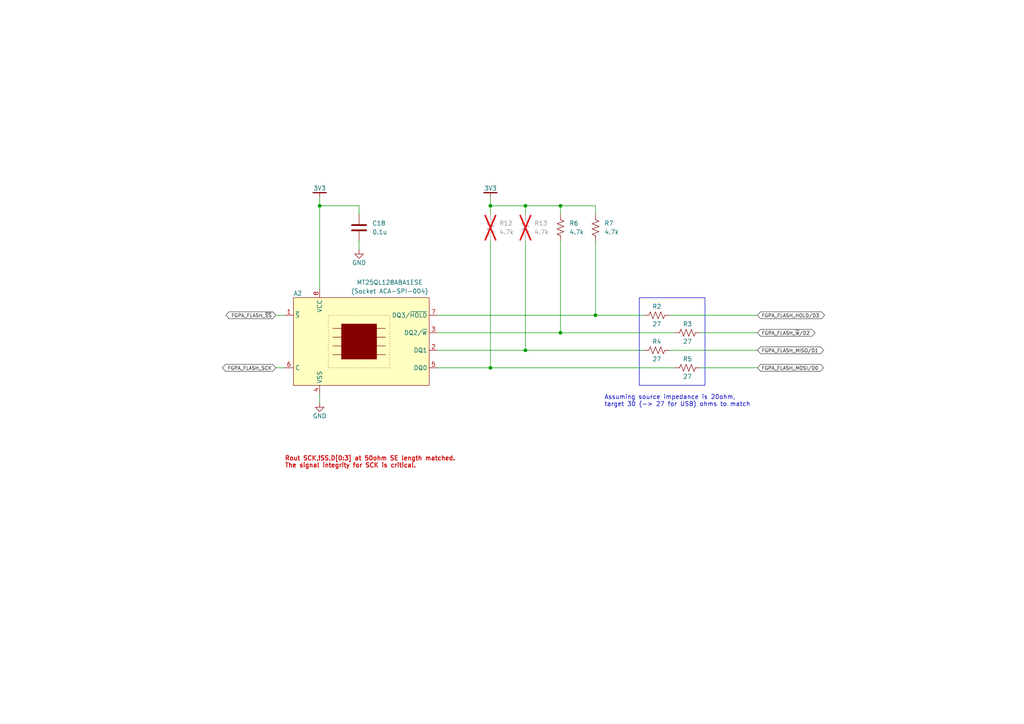
<source format=kicad_sch>
(kicad_sch (version 20230121) (generator eeschema)
  (paper "A4")
  (title_block (title "FPGA Socketed NOR FLASH") (date "2023-12-22") (rev "A") (company "Jordan Harris-Toovy") (comment 1 "Mainboard for Capstone Project at Oregon Tech"))
  (lib_symbols
    (symbol "Capstone_Library:3V3" (power) (pin_numbers hide) (pin_names (offset 0) hide) (in_bom no) (on_board no)
      (property "Value" "3V3" (at 0 1.27 0))
      (symbol "3V3_0_1"
        (polyline (pts (xy 0 0) (xy 0 -1.27)))
      )
      (symbol "3V3_1_1"
        (polyline (pts (xy -1.905 0) (xy 1.905 0)) (stroke (width 0.35)))
        (pin power_in line (at 0 -1.27 90) (length 1.27) hide (name "3V3") (number "1"))
      )
    )
    (symbol "Capstone_Library:MT25QL128ABA1ESE_Socket_ACA-SPI-004"
      (property "Reference" "A" (at -17.78 19.05 0))
      (property "Value" "MT25QL128ABA1ESE" (at 8.89 22.225 0))
      (symbol "MT25QL128ABA1ESE_Socket_ACA-SPI-004_1_1"
        (rectangle (start -19.05 17.78) (end 20.32 -7.62) (fill (type background)))
        (rectangle (start -5.08 10.16) (end 5.08 0) (fill (type outline)))
        (polyline (pts (xy -7.62 1.27) (xy -5.08 1.27)))
        (polyline (pts (xy -7.62 3.81) (xy -5.08 3.81)))
        (polyline (pts (xy -7.62 6.35) (xy -5.08 6.35)))
        (polyline (pts (xy -7.62 8.89) (xy -5.08 8.89)))
        (polyline (pts (xy 5.08 1.27) (xy 7.62 1.27)))
        (polyline (pts (xy 5.08 3.81) (xy 7.62 3.81)))
        (polyline (pts (xy 5.08 6.35) (xy 7.62 6.35)))
        (polyline (pts (xy 5.08 8.89) (xy 7.62 8.89)))
        (polyline (pts (xy 8.89 -2.54) (xy 8.89 12.7) (xy -8.89 12.7) (xy -8.89 -2.54) (xy 8.89 -2.54)) (stroke (width 0) (type dot)))
        (text "(Socket ACA-SPI-004)" (at 8.89 19.685 0) (effects (font (size 1.27 1.27))))
        (pin input line (at -21.59 12.7 0) (length 2.54) (name "~{S}") (number "1"))
        (pin bidirectional line (at 22.86 2.54 180) (length 2.54) (name "DQ1") (number "2"))
        (pin bidirectional line (at 22.86 7.62 180) (length 2.54) (name "DQ2/~{W}") (number "3"))
        (pin power_in line (at -11.43 -10.16 90) (length 2.54) (name "VSS") (number "4"))
        (pin bidirectional line (at 22.86 -2.54 180) (length 2.54) (name "DQ0") (number "5"))
        (pin input line (at -21.59 -2.54 0) (length 2.54) (name "C") (number "6"))
        (pin bidirectional line (at 22.86 12.7 180) (length 2.54) (name "DQ3/~{HOLD}") (number "7"))
        (pin power_in line (at -11.43 20.32 270) (length 2.54) (name "VCC") (number "8"))
      )
    )
    (symbol "Device:C" (pin_numbers hide) (pin_names (offset 0.254))
      (property "Reference" "C" (at 0.635 2.54 0))
      (property "Value" "C" (at 0.635 -2.54 0))
      (symbol "C_0_1"
        (polyline (pts (xy -2.032 -0.762) (xy 2.032 -0.762)) (stroke (width 0.508)))
        (polyline (pts (xy -2.032 0.762) (xy 2.032 0.762)) (stroke (width 0.508)))
      )
      (symbol "C_1_1"
        (pin passive line (at 0 3.81 270) (length 2.794) (name "~") (number "1"))
        (pin passive line (at 0 -3.81 90) (length 2.794) (name "~") (number "2"))
      )
    )
    (symbol "Device:R_US" (pin_numbers hide) (pin_names (offset 0))
      (property "Reference" "R" (at 2.54 0 90))
      (property "Value" "R_US" (at -2.54 0 90))
      (symbol "R_US_0_1"
        (polyline (pts (xy 0 -2.286) (xy 0 -2.54)))
        (polyline (pts (xy 0 2.286) (xy 0 2.54)))
        (polyline (pts (xy 0 -0.762) (xy 1.016 -1.143) (xy 0 -1.524) (xy -1.016 -1.905) (xy 0 -2.286)))
        (polyline (pts (xy 0 0.762) (xy 1.016 0.381) (xy 0 0) (xy -1.016 -0.381) (xy 0 -0.762)))
        (polyline (pts (xy 0 2.286) (xy 1.016 1.905) (xy 0 1.524) (xy -1.016 1.143) (xy 0 0.762)))
      )
      (symbol "R_US_1_1"
        (pin passive line (at 0 3.81 270) (length 1.27) (name "~") (number "1"))
        (pin passive line (at 0 -3.81 90) (length 1.27) (name "~") (number "2"))
      )
    )
    (symbol "power:GND" (power) (pin_names (offset 0))
      (property "Value" "GND" (at 0 -3.81 0))
      (symbol "GND_0_1"
        (polyline (pts (xy 0 0) (xy 0 -1.27) (xy 1.27 -1.27) (xy 0 -2.54) (xy -1.27 -1.27) (xy 0 -1.27)))
      )
      (symbol "GND_1_1"
        (pin power_in line (at 0 0 270) (length 0) hide (name "GND") (number "1"))
      )
    )
  )
  (junction (at 152.4 59.69))
  (junction (at 162.56 59.69))
  (junction (at 142.24 106.68))
  (junction (at 92.71 59.69))
  (junction (at 162.56 96.52))
  (junction (at 172.72 91.44))
  (junction (at 152.4 101.6))
  (junction (at 142.24 59.69))
  (wire (pts (xy 162.56 62.23) (xy 162.56 59.69)))
  (polyline (pts (xy 204.47 86.36) (xy 204.47 111.76)))
  (wire (pts (xy 127 91.44) (xy 172.72 91.44)))
  (polyline (pts (xy 185.42 111.76) (xy 185.42 86.36)))
  (wire (pts (xy 80.01 91.44) (xy 82.55 91.44)))
  (wire (pts (xy 152.4 69.85) (xy 152.4 101.6)))
  (wire (pts (xy 142.24 106.68) (xy 195.58 106.68)))
  (wire (pts (xy 127 101.6) (xy 152.4 101.6)))
  (wire (pts (xy 104.14 59.69) (xy 104.14 62.23)))
  (wire (pts (xy 142.24 62.23) (xy 142.24 59.69)))
  (wire (pts (xy 104.14 72.39) (xy 104.14 69.85)))
  (wire (pts (xy 142.24 69.85) (xy 142.24 106.68)))
  (wire (pts (xy 172.72 59.69) (xy 172.72 62.23)))
  (wire (pts (xy 219.71 101.6) (xy 194.31 101.6)))
  (wire (pts (xy 92.71 59.69) (xy 92.71 83.82)))
  (wire (pts (xy 162.56 69.85) (xy 162.56 96.52)))
  (wire (pts (xy 92.71 114.3) (xy 92.71 116.84)))
  (polyline (pts (xy 185.42 111.76) (xy 204.47 111.76)))
  (wire (pts (xy 162.56 59.69) (xy 172.72 59.69)))
  (wire (pts (xy 195.58 96.52) (xy 162.56 96.52)))
  (wire (pts (xy 186.69 91.44) (xy 172.72 91.44)))
  (wire (pts (xy 142.24 57.15) (xy 142.24 59.69)))
  (wire (pts (xy 152.4 59.69) (xy 162.56 59.69)))
  (wire (pts (xy 219.71 91.44) (xy 194.31 91.44)))
  (wire (pts (xy 219.71 106.68) (xy 203.2 106.68)))
  (wire (pts (xy 172.72 69.85) (xy 172.72 91.44)))
  (wire (pts (xy 92.71 59.69) (xy 104.14 59.69)))
  (wire (pts (xy 127 96.52) (xy 162.56 96.52)))
  (wire (pts (xy 219.71 96.52) (xy 203.2 96.52)))
  (wire (pts (xy 152.4 62.23) (xy 152.4 59.69)))
  (wire (pts (xy 127 106.68) (xy 142.24 106.68)))
  (wire (pts (xy 142.24 59.69) (xy 152.4 59.69)))
  (wire (pts (xy 152.4 101.6) (xy 186.69 101.6)))
  (wire (pts (xy 80.01 106.68) (xy 82.55 106.68)))
  (wire (pts (xy 92.71 57.15) (xy 92.71 59.69)))
  (polyline (pts (xy 185.42 86.36) (xy 204.47 86.36)))
  (text "Rout SCK,!SS,D[0:3] at 50ohm SE length matched.\nThe signal integrity for SCK is critical." (at 82.55 135.89 0) (effects (font (size 1.27 1.27) (thickness 0.254) bold) (justify left bottom)))
  (text "Assuming source impedance is 20ohm,\ntarget 30 (-> 27 for USB) ohms to match" (at 175.26 118.11 0) (effects (font (size 1.27 1.27)) (justify left bottom)))
  (global_label "FGPA_FLASH_HOLD{slash}D3" (shape bidirectional) (at 219.71 91.44 0) (effects (font (size 1 1))) (property "Intersheetrefs" "${INTERSHEET_REFS}" (effects hide)))
  (global_label "FGPA_FLASH_SCK" (shape bidirectional) (at 80.01 106.68 180) (effects (font (size 1 1))) (property "Intersheetrefs" "${INTERSHEET_REFS}" (effects hide)))
  (global_label "FGPA_FLASH_MISO{slash}D1" (shape bidirectional) (at 219.71 101.6 0) (effects (font (size 1 1))) (property "Intersheetrefs" "${INTERSHEET_REFS}" (effects hide)))
  (global_label "FGPA_FLASH_MOSI{slash}D0" (shape bidirectional) (at 219.71 106.68 0) (effects (font (size 1 1))) (property "Intersheetrefs" "${INTERSHEET_REFS}" (effects hide)))
  (global_label "FGPA_FLASH_~{W}{slash}D2" (shape bidirectional) (at 219.71 96.52 0) (effects (font (size 1 1))) (property "Intersheetrefs" "${INTERSHEET_REFS}" (effects hide)))
  (global_label "FGPA_FLASH_~{SS}" (shape bidirectional) (at 80.01 91.44 180) (effects (font (size 1 1))) (property "Intersheetrefs" "${INTERSHEET_REFS}" (effects hide)))
  (symbol (lib_id "Device:R_US") (at 152.4 66.04 0) (unit 1) (dnp yes)
    (property "Reference" "R13" (at 154.94 64.77 0) (effects (justify left)))
    (property "Value" "4.7k" (at 154.94 67.31 0) (effects (justify left)))
  )
  (symbol (lib_id "power:GND") (at 104.14 72.39 0) (unit 1)
    (property "Reference" "#PWR01" (effects hide))
    (property "Value" "GND" (at 104.14 76.2 0))
    (instances (project "Capstone_Project_Mainboard" (path "" (reference "#PWR01") (unit 1)) (path "" (reference "#PWR074") (unit 1))))
  )
  (symbol (lib_id "Capstone_Library:3V3") (at 92.71 55.88 0) (unit 1) (in_bom no) (on_board no)
    (property "Reference" "#PWR03" (effects hide))
    (property "Value" "3V3" (at 92.71 54.61 0))
    (instances (project "Capstone_Project_Mainboard" (path "" (reference "#PWR03") (unit 1)) (path "" (reference "#PWR075") (unit 1))))
  )
  (symbol (lib_id "Device:R_US") (at 162.56 66.04 0) (unit 1)
    (property "Reference" "R6" (at 165.1 64.77 0) (effects (justify left)))
    (property "Value" "4.7k" (at 165.1 67.31 0) (effects (justify left)))
  )
  (symbol (lib_id "Device:R_US") (at 172.72 66.04 0) (unit 1)
    (property "Reference" "R7" (at 175.26 64.77 0) (effects (justify left)))
    (property "Value" "4.7k" (at 175.26 67.31 0) (effects (justify left)))
  )
  (symbol (lib_id "Device:R_US") (at 190.5 101.6 90) (unit 1)
    (property "Reference" "R4" (at 190.5 99.06 90))
    (property "Value" "27" (at 190.5 104.14 90))
  )
  (symbol (lib_id "Device:R_US") (at 142.24 66.04 0) (unit 1) (dnp yes)
    (property "Reference" "R12" (at 144.78 64.77 0) (effects (justify left)))
    (property "Value" "4.7k" (at 144.78 67.31 0) (effects (justify left)))
  )
  (symbol (lib_id "Capstone_Library:MT25QL128ABA1ESE_Socket_ACA-SPI-004") (at 104.14 104.14 0) (unit 1)
    (property "Reference" "A2" (at 86.36 85.09 0))
    (property "Value" "MT25QL128ABA1ESE" (at 113.03 81.915 0))
    (property "Footprint" "Capstone_Library:ACA-SPI-004-K01" (effects hide))
    (property "Datasheet" "https://media-www.micron.com/-/media/client/global/documents/products/data-sheet/nor-flash/serial-nor/mt25q/die-rev-a/mt25q_qlhs_l_128_aba_0.pdf" (effects hide))
    (property "Part Number" "MT25QL128ABA1ESE-0SIT" (effects hide))
    (property "Notes" "Also uses one LOTES ACA-SPI-004-K01" (effects hide))
  )
  (symbol (lib_id "Device:R_US") (at 199.39 106.68 90) (unit 1)
    (property "Reference" "R5" (at 199.39 104.14 90))
    (property "Value" "27" (at 199.39 109.22 90))
  )
  (symbol (lib_id "Device:C") (at 104.14 66.04 0) (unit 1)
    (property "Reference" "C18" (at 107.95 64.77 0) (effects (justify left)))
    (property "Value" "0.1u" (at 107.95 67.31 0) (effects (justify left)))
  )
  (symbol (lib_id "Device:R_US") (at 199.39 96.52 90) (unit 1)
    (property "Reference" "R3" (at 199.39 93.98 90))
    (property "Value" "27" (at 199.39 99.06 90))
  )
  (symbol (lib_id "Capstone_Library:3V3") (at 142.24 55.88 0) (unit 1) (in_bom no) (on_board no)
    (property "Reference" "#PWR03" (effects hide))
    (property "Value" "3V3" (at 142.24 54.61 0))
    (instances (project "Capstone_Project_Mainboard" (path "" (reference "#PWR03") (unit 1)) (path "" (reference "#PWR077") (unit 1))))
  )
  (symbol (lib_id "Device:R_US") (at 190.5 91.44 90) (unit 1)
    (property "Reference" "R2" (at 190.5 88.9 90))
    (property "Value" "27" (at 190.5 93.98 90))
  )
  (symbol (lib_id "power:GND") (at 92.71 116.84 0) (unit 1)
    (property "Reference" "#PWR01" (effects hide))
    (property "Value" "GND" (at 92.71 120.65 0))
    (instances (project "Capstone_Project_Mainboard" (path "" (reference "#PWR01") (unit 1)) (path "" (reference "#PWR073") (unit 1))))
  )
)
</source>
